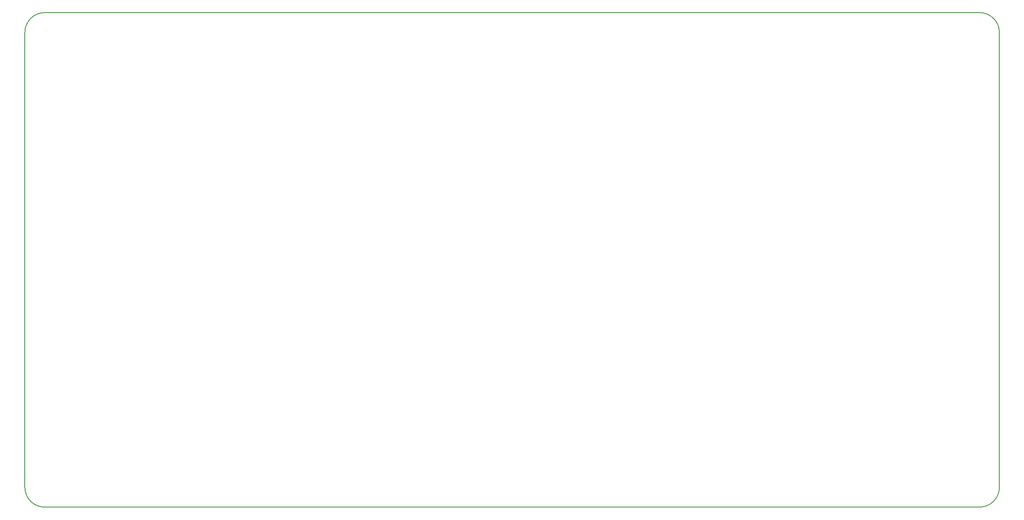
<source format=gko>
G04*
G04 #@! TF.GenerationSoftware,Altium Limited,Altium Designer,25.4.2 (15)*
G04*
G04 Layer_Color=16711935*
%FSLAX44Y44*%
%MOMM*%
G71*
G04*
G04 #@! TF.SameCoordinates,73184756-021C-4AC8-A4DF-FCC11D8EA491*
G04*
G04*
G04 #@! TF.FilePolarity,Positive*
G04*
G01*
G75*
%ADD12C,0.2000*%
D12*
X1970000Y960000D02*
G03*
X1930000Y1000000I-40000J0D01*
G01*
Y0D02*
G03*
X1970000Y40000I0J40000D01*
G01*
X40000Y1000000D02*
G03*
X0Y960000I0J-40000D01*
G01*
Y40000D02*
G03*
X40000Y0I40000J0D01*
G01*
X1930000D01*
X40000Y1000000D02*
X1930000D01*
X1970000Y40000D02*
Y960000D01*
X0Y40000D02*
Y960000D01*
M02*

</source>
